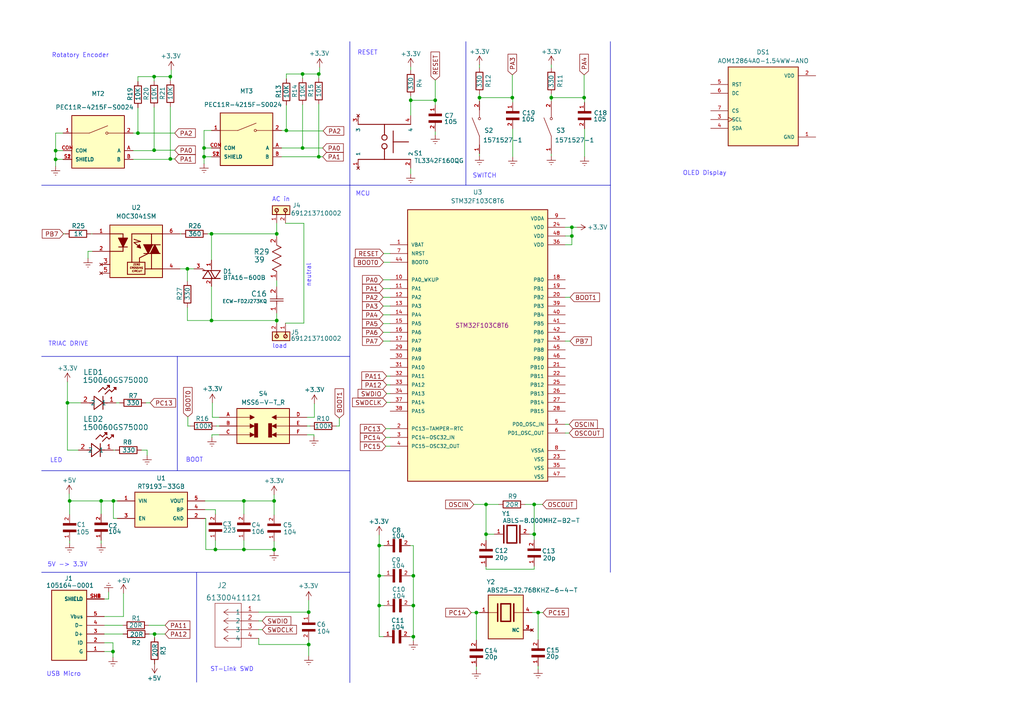
<source format=kicad_sch>
(kicad_sch (version 20230121) (generator eeschema)
  (paper "A4")
  (junction (at 139.065 28.321))
  (junction (at 140.97 154.94))
  (junction (at 49.403 22.225))
  (junction (at 70.739 145.288))
  (junction (at 62.484 159.385))
  (junction (at 156.083 177.673))
  (junction (at 20.193 145.288))
  (junction (at 16.129 46.228))
  (junction (at 83.058 37.846))
  (junction (at 87.757 21.463))
  (junction (at 32.893 145.288))
  (junction (at 169.418 28.321))
  (junction (at 89.535 186.944))
  (junction (at 109.982 158.242))
  (junction (at 140.97 146.304))
  (junction (at 109.982 167.005))
  (junction (at 119.126 29.083))
  (junction (at 119.888 167.005))
  (junction (at 44.704 43.561))
  (junction (at 119.888 175.641))
  (junction (at 19.558 116.84))
  (junction (at 32.766 188.976))
  (junction (at 80.264 92.964))
  (junction (at 148.59 28.321))
  (junction (at 109.982 175.641))
  (junction (at 87.757 42.926))
  (junction (at 61.341 92.964))
  (junction (at 126.238 29.083))
  (junction (at 79.502 159.385))
  (junction (at 119.888 184.658))
  (junction (at 59.182 42.926))
  (junction (at 165.862 68.453))
  (junction (at 61.341 67.818))
  (junction (at 89.535 177.546))
  (junction (at 79.502 145.288))
  (junction (at 44.704 22.225))
  (junction (at 59.182 45.466))
  (junction (at 165.862 65.913))
  (junction (at 54.356 77.978))
  (junction (at 154.94 146.304))
  (junction (at 159.893 28.321))
  (junction (at 92.456 45.466))
  (junction (at 40.005 38.608))
  (junction (at 138.176 177.673))
  (junction (at 29.337 145.288))
  (junction (at 92.456 21.463))
  (junction (at 154.94 154.94))
  (junction (at 44.831 183.896))
  (junction (at 49.403 46.101))
  (junction (at 70.739 159.385))
  (junction (at 80.264 67.818))
  (junction (at 16.129 43.688))
  (wire (pts (xy 81.661 37.846) (xy 83.058 37.846)))
  (wire (pts (xy 88.138 64.77) (xy 88.138 93.726)))
  (wire (pts (xy 87.757 21.463) (xy 87.757 22.733)))
  (wire (pts (xy 70.739 145.288) (xy 70.739 149.098)))
  (wire (pts (xy 49.403 22.225) (xy 49.657 22.225)))
  (wire (pts (xy 152.273 146.304) (xy 154.94 146.304)))
  (wire (pts (xy 49.403 46.101) (xy 50.673 46.101)))
  (wire (pts (xy 44.831 192.532) (xy 44.831 192.659)))
  (wire (pts (xy 154.94 164.211) (xy 154.94 165.1)))
  (wire (pts (xy 80.264 67.818) (xy 80.264 68.58)))
  (wire (pts (xy 54.356 89.154) (xy 54.356 92.964)))
  (wire (pts (xy 40.005 22.225) (xy 44.704 22.225)))
  (wire (pts (xy 119.888 175.641) (xy 118.999 175.641)))
  (wire (pts (xy 44.831 183.896) (xy 44.831 184.912)))
  (wire (pts (xy 20.193 145.288) (xy 20.193 149.225)))
  (wire (pts (xy 111.125 93.853) (xy 113.157 93.853)))
  (wire (pts (xy 16.129 46.228) (xy 18.288 46.228)))
  (wire (pts (xy 111.379 158.242) (xy 109.982 158.242)))
  (wire (pts (xy 111.887 129.413) (xy 113.157 129.413)))
  (wire (pts (xy 62.484 159.385) (xy 70.739 159.385)))
  (wire (pts (xy 25.527 72.898) (xy 26.797 72.898)))
  (wire (pts (xy 23.495 116.84) (xy 19.558 116.84)))
  (wire (pts (xy 119.888 167.005) (xy 118.999 167.005)))
  (wire (pts (xy 40.005 23.622) (xy 40.005 22.225)))
  (wire (pts (xy 44.704 43.561) (xy 50.673 43.561)))
  (wire (pts (xy 140.97 165.1) (xy 140.97 164.338)))
  (polyline (pts (xy 57.023 165.989) (xy 57.023 197.866)))
  (wire (pts (xy 82.804 64.77) (xy 88.138 64.77)))
  (wire (pts (xy 154.94 146.304) (xy 154.94 154.94)))
  (wire (pts (xy 163.957 123.063) (xy 165.1 123.063)))
  (wire (pts (xy 91.059 126.619) (xy 91.059 126.111)))
  (wire (pts (xy 44.704 22.225) (xy 44.704 23.495)))
  (wire (pts (xy 159.893 27.305) (xy 159.893 28.321)))
  (wire (pts (xy 83.058 21.463) (xy 87.757 21.463)))
  (wire (pts (xy 140.97 154.94) (xy 143.383 154.94)))
  (wire (pts (xy 138.176 193.294) (xy 138.176 194.183)))
  (wire (pts (xy 61.468 126.873) (xy 61.468 126.111)))
  (wire (pts (xy 119.888 167.005) (xy 119.888 175.641)))
  (wire (pts (xy 92.456 45.466) (xy 93.599 45.466)))
  (wire (pts (xy 18.288 38.608) (xy 16.129 38.608)))
  (wire (pts (xy 79.502 159.893) (xy 79.502 159.385)))
  (wire (pts (xy 30.226 183.896) (xy 35.687 183.896)))
  (wire (pts (xy 16.129 43.688) (xy 18.288 43.688)))
  (wire (pts (xy 44.704 22.225) (xy 49.403 22.225)))
  (wire (pts (xy 87.757 21.463) (xy 92.456 21.463)))
  (wire (pts (xy 92.456 21.463) (xy 92.71 21.463)))
  (wire (pts (xy 83.058 37.973) (xy 93.726 37.973)))
  (wire (pts (xy 59.182 37.846) (xy 59.182 42.926)))
  (wire (pts (xy 62.484 147.828) (xy 59.436 147.828)))
  (wire (pts (xy 111.125 81.153) (xy 113.157 81.153)))
  (wire (pts (xy 119.888 175.641) (xy 119.888 184.658)))
  (wire (pts (xy 119.126 27.94) (xy 119.126 29.083)))
  (wire (pts (xy 109.982 167.005) (xy 109.982 175.641)))
  (wire (pts (xy 89.535 174.117) (xy 89.535 177.546)))
  (wire (pts (xy 54.356 77.978) (xy 54.356 81.534)))
  (wire (pts (xy 89.535 177.546) (xy 89.535 178.054)))
  (wire (pts (xy 81.661 42.926) (xy 87.757 42.926)))
  (wire (pts (xy 62.484 156.718) (xy 62.484 159.385)))
  (wire (pts (xy 163.957 125.603) (xy 165.1 125.603)))
  (wire (pts (xy 89.535 186.944) (xy 89.535 190.246)))
  (wire (pts (xy 30.226 186.436) (xy 32.766 186.436)))
  (wire (pts (xy 111.379 175.641) (xy 109.982 175.641)))
  (wire (pts (xy 20.066 143.256) (xy 20.066 145.288)))
  (wire (pts (xy 140.97 154.94) (xy 140.97 156.718)))
  (wire (pts (xy 163.957 68.453) (xy 165.862 68.453)))
  (wire (pts (xy 31.496 173.736) (xy 31.496 171.704)))
  (wire (pts (xy 61.468 126.111) (xy 63.627 126.111)))
  (polyline (pts (xy 101.473 53.721) (xy 177.038 53.721)))
  (wire (pts (xy 139.065 27.305) (xy 139.065 28.321)))
  (wire (pts (xy 119.888 184.658) (xy 119.888 185.801)))
  (wire (pts (xy 43.307 183.896) (xy 44.831 183.896)))
  (wire (pts (xy 148.59 28.321) (xy 139.065 28.321)))
  (wire (pts (xy 92.71 19.558) (xy 92.71 21.463)))
  (wire (pts (xy 19.558 110.744) (xy 19.558 116.84)))
  (wire (pts (xy 119.126 29.083) (xy 119.126 33.528)))
  (wire (pts (xy 80.264 90.805) (xy 80.264 92.964)))
  (wire (pts (xy 42.291 116.84) (xy 43.561 116.84)))
  (wire (pts (xy 109.982 175.641) (xy 109.982 184.658)))
  (wire (pts (xy 16.129 38.608) (xy 16.129 43.688)))
  (wire (pts (xy 148.717 45.466) (xy 148.717 37.338)))
  (wire (pts (xy 148.59 28.321) (xy 148.717 28.321)))
  (wire (pts (xy 126.238 23.241) (xy 126.238 29.083)))
  (wire (pts (xy 156.083 177.673) (xy 157.48 177.673)))
  (wire (pts (xy 169.545 45.466) (xy 169.545 37.338)))
  (wire (pts (xy 119.888 158.242) (xy 118.999 158.242)))
  (wire (pts (xy 154.305 177.673) (xy 156.083 177.673)))
  (wire (pts (xy 26.416 67.818) (xy 26.797 67.818)))
  (wire (pts (xy 159.893 18.796) (xy 159.893 19.685)))
  (wire (pts (xy 55.118 123.571) (xy 54.483 123.571)))
  (wire (pts (xy 40.005 31.242) (xy 40.005 38.608)))
  (wire (pts (xy 52.197 67.818) (xy 52.578 67.818)))
  (wire (pts (xy 60.198 67.818) (xy 61.341 67.818)))
  (wire (pts (xy 30.226 173.736) (xy 31.496 173.736)))
  (wire (pts (xy 79.502 143.51) (xy 79.502 145.288)))
  (wire (pts (xy 148.717 29.718) (xy 148.717 28.321)))
  (wire (pts (xy 137.414 146.304) (xy 140.97 146.304)))
  (wire (pts (xy 30.226 181.356) (xy 35.56 181.356)))
  (wire (pts (xy 49.403 30.988) (xy 49.403 46.101)))
  (wire (pts (xy 61.595 121.031) (xy 61.595 116.84)))
  (wire (pts (xy 136.652 177.673) (xy 138.176 177.673)))
  (wire (pts (xy 140.97 146.304) (xy 144.653 146.304)))
  (wire (pts (xy 87.757 30.353) (xy 87.757 42.926)))
  (wire (pts (xy 30.226 188.976) (xy 32.766 188.976)))
  (wire (pts (xy 35.814 178.816) (xy 30.226 178.816)))
  (wire (pts (xy 163.957 65.913) (xy 165.862 65.913)))
  (wire (pts (xy 165.862 68.453) (xy 165.862 70.993)))
  (polyline (pts (xy 101.473 136.525) (xy 101.473 197.993)))
  (wire (pts (xy 44.704 43.561) (xy 44.704 43.688)))
  (wire (pts (xy 83.058 37.973) (xy 83.058 37.846)))
  (wire (pts (xy 119.126 48.768) (xy 119.126 50.419)))
  (wire (pts (xy 33.655 116.84) (xy 34.671 116.84)))
  (wire (pts (xy 61.341 37.846) (xy 59.182 37.846)))
  (polyline (pts (xy 12.065 53.721) (xy 101.473 53.721)))
  (wire (pts (xy 34.036 150.368) (xy 32.893 150.368)))
  (wire (pts (xy 169.418 28.321) (xy 159.893 28.321)))
  (wire (pts (xy 29.337 157.607) (xy 29.337 156.718)))
  (wire (pts (xy 111.125 91.313) (xy 113.157 91.313)))
  (wire (pts (xy 29.337 145.288) (xy 32.893 145.288)))
  (wire (pts (xy 54.356 92.964) (xy 61.341 92.964)))
  (wire (pts (xy 75.057 182.626) (xy 76.073 182.626)))
  (wire (pts (xy 111.252 184.658) (xy 109.982 184.658)))
  (wire (pts (xy 169.418 21.717) (xy 169.418 28.321)))
  (polyline (pts (xy 101.473 12.065) (xy 101.473 136.525)))
  (polyline (pts (xy 12.065 136.525) (xy 101.473 136.525)))
  (wire (pts (xy 140.97 146.304) (xy 140.97 154.94)))
  (wire (pts (xy 119.126 20.32) (xy 119.126 19.431)))
  (wire (pts (xy 75.057 180.086) (xy 76.073 180.086)))
  (wire (pts (xy 25.527 74.93) (xy 25.527 72.898)))
  (wire (pts (xy 79.502 149.352) (xy 79.502 145.288)))
  (wire (pts (xy 163.957 86.233) (xy 165.354 86.233)))
  (wire (pts (xy 139.065 44.577) (xy 139.065 45.212)))
  (wire (pts (xy 52.197 77.978) (xy 54.356 77.978)))
  (wire (pts (xy 148.59 21.717) (xy 148.59 28.321)))
  (wire (pts (xy 138.176 177.673) (xy 139.065 177.673)))
  (wire (pts (xy 59.69 150.368) (xy 59.436 150.368)))
  (wire (pts (xy 32.766 188.976) (xy 32.766 190.627)))
  (wire (pts (xy 163.957 98.933) (xy 165.354 98.933)))
  (wire (pts (xy 75.057 186.944) (xy 75.057 185.166)))
  (wire (pts (xy 92.456 30.226) (xy 92.456 45.466)))
  (wire (pts (xy 44.831 183.896) (xy 47.879 183.896)))
  (wire (pts (xy 159.893 44.577) (xy 159.893 45.212)))
  (wire (pts (xy 139.065 28.321) (xy 139.065 29.337)))
  (wire (pts (xy 98.425 121.285) (xy 98.425 123.571)))
  (wire (pts (xy 111.125 88.773) (xy 113.157 88.773)))
  (wire (pts (xy 112.141 109.093) (xy 113.157 109.093)))
  (wire (pts (xy 163.957 70.993) (xy 165.862 70.993)))
  (wire (pts (xy 119.888 158.242) (xy 119.888 167.005)))
  (wire (pts (xy 126.238 39.116) (xy 126.238 38.1)))
  (wire (pts (xy 59.182 45.466) (xy 59.182 42.926)))
  (wire (pts (xy 81.661 45.466) (xy 92.456 45.466)))
  (wire (pts (xy 40.005 38.608) (xy 50.673 38.608)))
  (wire (pts (xy 91.186 121.031) (xy 91.186 117.094)))
  (wire (pts (xy 42.672 130.556) (xy 41.021 130.556)))
  (wire (pts (xy 54.356 77.978) (xy 56.261 77.978)))
  (wire (pts (xy 126.238 29.083) (xy 119.126 29.083)))
  (wire (pts (xy 59.436 145.288) (xy 70.739 145.288)))
  (wire (pts (xy 139.065 18.796) (xy 139.065 19.685)))
  (wire (pts (xy 111.252 73.533) (xy 113.157 73.533)))
  (wire (pts (xy 154.94 154.94) (xy 154.94 156.591)))
  (wire (pts (xy 111.379 167.005) (xy 109.982 167.005)))
  (wire (pts (xy 32.766 186.436) (xy 32.766 188.976)))
  (wire (pts (xy 79.502 156.972) (xy 79.502 159.385)))
  (wire (pts (xy 18.415 67.818) (xy 18.796 67.818)))
  (wire (pts (xy 32.893 130.556) (xy 33.401 130.556)))
  (wire (pts (xy 89.535 185.674) (xy 89.535 186.944)))
  (wire (pts (xy 83.058 30.48) (xy 83.058 37.846)))
  (wire (pts (xy 49.403 46.101) (xy 49.403 46.228)))
  (wire (pts (xy 91.059 126.111) (xy 89.027 126.111)))
  (wire (pts (xy 83.058 22.86) (xy 83.058 21.463)))
  (polyline (pts (xy 135.128 12.065) (xy 135.128 53.721)))
  (wire (pts (xy 111.125 98.933) (xy 113.157 98.933)))
  (wire (pts (xy 38.608 43.688) (xy 44.704 43.688)))
  (wire (pts (xy 140.97 165.1) (xy 154.94 165.1)))
  (wire (pts (xy 19.558 130.556) (xy 22.733 130.556)))
  (wire (pts (xy 16.129 46.228) (xy 16.129 43.688)))
  (wire (pts (xy 59.182 45.466) (xy 61.341 45.466)))
  (polyline (pts (xy 12.065 165.989) (xy 101.473 165.989)))
  (wire (pts (xy 38.608 46.228) (xy 49.403 46.228)))
  (wire (pts (xy 44.704 31.115) (xy 44.704 43.561)))
  (wire (pts (xy 82.804 93.726) (xy 88.138 93.726)))
  (wire (pts (xy 112.141 116.713) (xy 113.157 116.713)))
  (wire (pts (xy 111.252 76.073) (xy 113.157 76.073)))
  (wire (pts (xy 80.264 81.28) (xy 80.264 83.185)))
  (wire (pts (xy 20.193 156.845) (xy 20.193 157.607)))
  (wire (pts (xy 75.057 186.944) (xy 89.535 186.944)))
  (wire (pts (xy 92.456 22.606) (xy 92.456 21.463)))
  (wire (pts (xy 112.141 114.173) (xy 113.157 114.173)))
  (wire (pts (xy 61.341 67.818) (xy 61.341 75.438)))
  (wire (pts (xy 111.887 126.873) (xy 113.157 126.873)))
  (wire (pts (xy 54.483 123.571) (xy 54.483 120.904)))
  (wire (pts (xy 59.69 150.368) (xy 59.69 159.385)))
  (wire (pts (xy 80.264 64.77) (xy 80.264 67.818)))
  (wire (pts (xy 75.057 177.546) (xy 89.535 177.546)))
  (wire (pts (xy 59.182 42.926) (xy 61.341 42.926)))
  (polyline (pts (xy 51.435 103.378) (xy 51.435 136.525)))
  (polyline (pts (xy 177.038 53.721) (xy 177.038 53.721)))
  (wire (pts (xy 138.176 185.674) (xy 138.176 177.673)))
  (wire (pts (xy 35.814 172.085) (xy 35.814 178.816)))
  (wire (pts (xy 38.608 38.608) (xy 40.005 38.608)))
  (wire (pts (xy 87.757 42.926) (xy 93.599 42.926)))
  (wire (pts (xy 63.627 121.031) (xy 61.595 121.031)))
  (wire (pts (xy 70.739 145.288) (xy 79.502 145.288)))
  (wire (pts (xy 61.341 92.964) (xy 80.264 92.964)))
  (wire (pts (xy 109.982 155.194) (xy 109.982 158.242)))
  (wire (pts (xy 111.125 96.393) (xy 113.157 96.393)))
  (wire (pts (xy 80.264 92.964) (xy 80.264 93.726)))
  (wire (pts (xy 61.341 67.818) (xy 80.264 67.818)))
  (wire (pts (xy 98.425 123.571) (xy 97.536 123.571)))
  (wire (pts (xy 89.027 121.031) (xy 91.186 121.031)))
  (wire (pts (xy 169.545 29.718) (xy 169.545 28.321)))
  (wire (pts (xy 29.337 145.288) (xy 29.337 149.098)))
  (wire (pts (xy 165.862 65.913) (xy 165.862 68.453)))
  (wire (pts (xy 62.484 149.098) (xy 62.484 147.828)))
  (wire (pts (xy 153.543 154.94) (xy 154.94 154.94)))
  (wire (pts (xy 165.862 65.913) (xy 167.259 65.913)))
  (wire (pts (xy 42.672 132.08) (xy 42.672 130.556)))
  (wire (pts (xy 43.18 181.356) (xy 47.879 181.356)))
  (wire (pts (xy 59.69 159.385) (xy 62.484 159.385)))
  (wire (pts (xy 169.418 28.321) (xy 169.545 28.321)))
  (wire (pts (xy 70.739 159.385) (xy 79.502 159.385)))
  (wire (pts (xy 111.125 83.693) (xy 113.157 83.693)))
  (polyline (pts (xy 177.038 12.065) (xy 177.038 53.721)))
  (wire (pts (xy 70.739 156.718) (xy 70.739 159.385)))
  (wire (pts (xy 89.027 123.571) (xy 89.916 123.571)))
  (wire (pts (xy 49.403 23.368) (xy 49.403 22.225)))
  (wire (pts (xy 32.893 145.288) (xy 34.036 145.288)))
  (wire (pts (xy 112.141 111.633) (xy 113.157 111.633)))
  (wire (pts (xy 16.129 48.26) (xy 16.129 46.228)))
  (wire (pts (xy 62.738 123.571) (xy 63.627 123.571)))
  (polyline (pts (xy 177.038 165.989) (xy 177.038 53.721)))
  (wire (pts (xy 20.193 145.288) (xy 29.337 145.288)))
  (wire (pts (xy 59.182 47.498) (xy 59.182 45.466)))
  (wire (pts (xy 61.341 83.058) (xy 61.341 92.964)))
  (wire (pts (xy 20.193 145.288) (xy 20.066 145.288)))
  (wire (pts (xy 111.125 86.233) (xy 113.157 86.233)))
  (wire (pts (xy 156.083 193.167) (xy 156.083 194.056)))
  (wire (pts (xy 32.893 150.368) (xy 32.893 145.288)))
  (wire (pts (xy 159.893 28.321) (xy 159.893 29.337)))
  (wire (pts (xy 118.872 184.658) (xy 119.888 184.658)))
  (polyline (pts (xy 12.065 103.378) (xy 101.473 103.378)))
  (wire (pts (xy 157.353 146.304) (xy 154.94 146.304)))
  (wire (pts (xy 19.558 130.556) (xy 19.558 116.84)))
  (wire (pts (xy 113.157 124.333) (xy 111.887 124.333)))
  (wire (pts (xy 109.982 158.242) (xy 109.982 167.005)))
  (wire (pts (xy 49.657 20.32) (xy 49.657 22.225)))
  (wire (pts (xy 156.083 185.547) (xy 156.083 177.673)))
  (wire (pts (xy 126.238 30.48) (xy 126.238 29.083)))
  (text "AC in\n" (at 78.867 58.674 0) (effects (font (size 1.27 1.27)) (justify left bottom)))
  (text "neutral\n" (at 90.297 83.312 90) (effects (font (size 1.27 1.27)) (justify left bottom)))
  (text "BOOT" (at 53.848 134.239 0) (effects (font (size 1.27 1.27)) (justify left bottom)))
  (text "MCU" (at 103.124 57.023 0) (effects (font (size 1.27 1.27)) (justify left bottom)))
  (text "load\n" (at 78.994 101.219 0) (effects (font (size 1.27 1.27)) (justify left bottom)))
  (text "OLED Display" (at 197.993 51.054 0) (effects (font (size 1.27 1.27)) (justify left bottom)))
  (text "USB Micro" (at 13.462 196.342 0) (effects (font (size 1.27 1.27)) (justify left bottom)))
  (text "ST-Link SWD" (at 60.96 194.945 0) (effects (font (size 1.27 1.27)) (justify left bottom)))
  (text "SWITCH\n" (at 137.033 51.816 0) (effects (font (size 1.27 1.27)) (justify left bottom)))
  (text "LED\n" (at 14.478 134.366 0) (effects (font (size 1.27 1.27)) (justify left bottom)))
  (text "RESET" (at 103.632 16.129 0) (effects (font (size 1.27 1.27)) (justify left bottom)))
  (text "5V -> 3.3V" (at 13.716 164.592 0) (effects (font (size 1.27 1.27)) (justify left bottom)))
  (text "Rotatory Encoder" (at 14.986 16.891 0) (effects (font (size 1.27 1.27)) (justify left bottom)))
  (text "TRIAC DRIVE" (at 13.97 100.584 0) (effects (font (size 1.27 1.27)) (justify left bottom)))
  (global_label "OSCIN" (shape input) (at 137.414 146.304 180) (property "Intersheetrefs" "${INTERSHEET_REFS}" (effects hide)))
  (global_label "PA1" (shape input) (at 50.673 46.101 0) (property "Intersheetrefs" "${INTERSHEET_REFS}" (effects hide)))
  (global_label "BOOT1" (shape input) (at 165.354 86.233 0) (property "Intersheetrefs" "${INTERSHEET_REFS}" (effects hide)))
  (global_label "PA0" (shape input) (at 111.125 81.153 180) (property "Intersheetrefs" "${INTERSHEET_REFS}" (effects hide)))
  (global_label "PA5" (shape input) (at 111.125 93.853 180) (property "Intersheetrefs" "${INTERSHEET_REFS}" (effects hide)))
  (global_label "PA0" (shape input) (at 93.599 42.926 0) (property "Intersheetrefs" "${INTERSHEET_REFS}" (effects hide)))
  (global_label "OSCIN" (shape input) (at 165.1 123.063 0) (property "Intersheetrefs" "${INTERSHEET_REFS}" (effects hide)))
  (global_label "PA11" (shape input) (at 47.879 181.356 0) (property "Intersheetrefs" "${INTERSHEET_REFS}" (effects hide)))
  (global_label "PB7" (shape input) (at 165.354 98.933 0) (property "Intersheetrefs" "${INTERSHEET_REFS}" (effects hide)))
  (global_label "PA4" (shape input) (at 169.418 21.717 90) (property "Intersheetrefs" "${INTERSHEET_REFS}" (effects hide)))
  (global_label "BOOT1" (shape input) (at 98.425 121.285 90) (property "Intersheetrefs" "${INTERSHEET_REFS}" (effects hide)))
  (global_label "PA0" (shape input) (at 50.673 43.561 0) (property "Intersheetrefs" "${INTERSHEET_REFS}" (effects hide)))
  (global_label "PA3" (shape input) (at 148.59 21.717 90) (property "Intersheetrefs" "${INTERSHEET_REFS}" (effects hide)))
  (global_label "PA12" (shape input) (at 47.879 183.896 0) (property "Intersheetrefs" "${INTERSHEET_REFS}" (effects hide)))
  (global_label "PA3" (shape input) (at 111.125 88.773 180) (property "Intersheetrefs" "${INTERSHEET_REFS}" (effects hide)))
  (global_label "PA1" (shape input) (at 111.125 83.693 180) (property "Intersheetrefs" "${INTERSHEET_REFS}" (effects hide)))
  (global_label "SWDCLK" (shape input) (at 76.073 182.626 0) (property "Intersheetrefs" "${INTERSHEET_REFS}" (effects hide)))
  (global_label "BOOT0" (shape input) (at 54.483 120.904 90) (property "Intersheetrefs" "${INTERSHEET_REFS}" (effects hide)))
  (global_label "PC14" (shape input) (at 136.652 177.673 180) (property "Intersheetrefs" "${INTERSHEET_REFS}" (effects hide)))
  (global_label "PA1" (shape input) (at 93.599 45.466 0) (property "Intersheetrefs" "${INTERSHEET_REFS}" (effects hide)))
  (global_label "PA7" (shape input) (at 111.125 98.933 180) (property "Intersheetrefs" "${INTERSHEET_REFS}" (effects hide)))
  (global_label "PA2" (shape input) (at 93.726 37.973 0) (property "Intersheetrefs" "${INTERSHEET_REFS}" (effects hide)))
  (global_label "PA12" (shape input) (at 112.141 111.633 180) (property "Intersheetrefs" "${INTERSHEET_REFS}" (effects hide)))
  (global_label "PA2" (shape input) (at 111.125 86.233 180) (property "Intersheetrefs" "${INTERSHEET_REFS}" (effects hide)))
  (global_label "SWDIO" (shape input) (at 76.073 180.086 0) (property "Intersheetrefs" "${INTERSHEET_REFS}" (effects hide)))
  (global_label "SWDCLK" (shape input) (at 112.141 116.713 180) (property "Intersheetrefs" "${INTERSHEET_REFS}" (effects hide)))
  (global_label "PA4" (shape input) (at 111.125 91.313 180) (property "Intersheetrefs" "${INTERSHEET_REFS}" (effects hide)))
  (global_label "PC13" (shape input) (at 111.887 124.333 180) (property "Intersheetrefs" "${INTERSHEET_REFS}" (effects hide)))
  (global_label "PA6" (shape input) (at 111.125 96.393 180) (property "Intersheetrefs" "${INTERSHEET_REFS}" (effects hide)))
  (global_label "OSCOUT" (shape input) (at 157.353 146.304 0) (property "Intersheetrefs" "${INTERSHEET_REFS}" (effects hide)))
  (global_label "BOOT0" (shape input) (at 111.252 76.073 180) (property "Intersheetrefs" "${INTERSHEET_REFS}" (effects hide)))
  (global_label "PA2" (shape input) (at 50.673 38.608 0) (property "Intersheetrefs" "${INTERSHEET_REFS}" (effects hide)))
  (global_label "PC15" (shape input) (at 157.48 177.673 0) (property "Intersheetrefs" "${INTERSHEET_REFS}" (effects hide)))
  (global_label "PC14" (shape input) (at 111.887 126.873 180) (property "Intersheetrefs" "${INTERSHEET_REFS}" (effects hide)))
  (global_label "PC15" (shape input) (at 111.887 129.413 180) (property "Intersheetrefs" "${INTERSHEET_REFS}" (effects hide)))
  (global_label "PC13" (shape input) (at 43.561 116.84 0) (property "Intersheetrefs" "${INTERSHEET_REFS}" (effects hide)))
  (global_label "PB7" (shape input) (at 18.415 67.818 180) (property "Intersheetrefs" "${INTERSHEET_REFS}" (effects hide)))
  (global_label "RESET" (shape input) (at 111.252 73.533 180) (property "Intersheetrefs" "${INTERSHEET_REFS}" (effects hide)))
  (global_label "OSCOUT" (shape input) (at 165.1 125.603 0) (property "Intersheetrefs" "${INTERSHEET_REFS}" (effects hide)))
  (global_label "RESET" (shape input) (at 126.238 23.241 90) (property "Intersheetrefs" "${INTERSHEET_REFS}" (effects hide)))
  (global_label "PA11" (shape input) (at 112.141 109.093 180) (property "Intersheetrefs" "${INTERSHEET_REFS}" (effects hide)))
  (global_label "SWDIO" (shape input) (at 112.141 114.173 180) (property "Intersheetrefs" "${INTERSHEET_REFS}" (effects hide)))
  (symbol (lib_name "LD03ZD475MAB2A_2") (lib_id "LD03ZD475MAB2A:LD03ZD475MAB2A") (at 62.484 151.638 270) (unit 1)
    (property "Reference" "C3" (at 64.516 152.019 90) (effects (justify left)))
    (property "Value" "223" (at 64.643 153.797 90) (effects (justify left)))
    (property "Footprint" "LD03ZD475MAB2A:CAPC1608X90" (effects hide))
    (property "MF" "AVX" (effects hide))
    (property "Description" "\nCeramic Capacitor\n" (effects hide))
    (property "Package" "0603 AVX" (effects hide))
    (property "Price" "None" (effects hide))
    (property "SnapEDA_Link" "https://www.snapeda.com/parts/LD03ZD475MAB2A/AVX/view-part/?ref=snap" (effects hide))
    (property "MP" "LD03ZD475MAB2A" (effects hide))
    (property "Purchase-URL" "https://www.snapeda.com/api/url_track_click_mouser/?unipart_id=2036188&manufacturer=AVX&part_name=LD03ZD475MAB2A&search_term=0603 cap" (effects hide))
    (property "Availability" "In Stock" (effects hide))
    (property "Check_prices" "https://www.snapeda.com/parts/LD03ZD475MAB2A/AVX/view-part/?ref=eda" (effects hide))
  )
  (symbol (lib_id "Device:R") (at 119.126 24.13 180) (unit 1)
    (property "Reference" "R4" (at 121.666 24.13 90))
    (property "Value" "330" (at 119.126 24.257 90))
    (property "Footprint" "Resistor_SMD:R_0603_1608Metric" (effects hide))
  )
  (symbol (lib_id "power:GNDREF") (at 148.717 45.466 0) (unit 1)
    (property "Reference" "#PWR037" (effects hide))
    (property "Value" "GNDREF" (effects hide))
  )
  (symbol (lib_id "691213710002:691213710002") (at 82.804 59.69 0) (unit 1)
    (property "Reference" "J4" (at 84.836 59.563 0) (effects (justify left)))
    (property "Value" "691213710002" (at 84.328 61.849 0) (effects (justify left)))
    (property "Footprint" "691213710002:691213710002" (effects hide))
    (property "WIRE" "26 to 16 (AWG) 0.129 to 1.31 (mm²)" (effects hide))
    (property "Description" "\n2 Position Wire to Board Terminal Block Horizontal with Board 0.197 (5.00mm) Through Hole\n" (effects hide))
    (property "Package" "None" (effects hide))
    (property "Purchase-URL" "https://www.snapeda.com/api/url_track_click_mouser/?unipart_id=4885119&manufacturer=Wurth Elektronik&part_name=691213710002&search_term=691213710002" (effects hide))
    (property "MOUNT" "THT" (effects hide))
    (property "IR-VDE" "10A" (effects hide))
    (property "IR-UL" "10A" (effects hide))
    (property "SnapEDA_Link" "https://www.snapeda.com/parts/691213710002/Wurth+Elektronik/view-part/?ref=snap" (effects hide))
    (property "Availability" "In Stock" (effects hide))
    (property "WORKING-VOLTAGE-UL" "300V (AC)" (effects hide))
    (property "PINS" "2" (effects hide))
    (property "MF" "Wurth Elektronik" (effects hide))
    (property "DATASHEET-URL" "https://www.we-online.com/redexpert/spec/691213710002?ae" (effects hide))
    (property "MP" "691213710002" (effects hide))
    (property "PITCH" "5mm" (effects hide))
    (property "PART-NUMBER" "691213710002" (effects hide))
    (property "WORKING-VOLTAGE-VDE" "250V (AC)" (effects hide))
    (property "TYPE" "Horizontal" (effects hide))
    (property "Price" "None" (effects hide))
    (property "Check_prices" "https://www.snapeda.com/parts/691213710002/Wurth+Elektronik/view-part/?ref=eda" (effects hide))
  )
  (symbol (lib_name "150060GS75000_2") (lib_id "150060GS75000:150060GS75000") (at 33.655 116.84 0) (mirror y) (unit 1)
    (property "Reference" "LED1" (at 27.051 107.95 0) (effects (font (size 1.524 1.524))))
    (property "Value" "150060GS75000" (at 33.528 110.236 0) (effects (font (size 1.524 1.524))))
    (property "Footprint" "LED_150060GS75000_WRE" (effects hide))
    (property "Datasheet" "150060GS75000" (effects hide))
  )
  (symbol (lib_name "LD03ZD475MAB2A_3") (lib_id "LD03ZD475MAB2A:LD03ZD475MAB2A") (at 148.717 34.798 90) (unit 1)
    (property "Reference" "C19" (at 151.384 32.766 90) (effects (justify right)))
    (property "Value" "105" (at 151.257 34.544 90) (effects (justify right)))
    (property "Footprint" "LD03ZD475MAB2A:CAPC1608X90" (effects hide))
    (property "MF" "AVX" (effects hide))
    (property "Description" "\nCeramic Capacitor\n" (effects hide))
    (property "Package" "0603 AVX" (effects hide))
    (property "Price" "None" (effects hide))
    (property "SnapEDA_Link" "https://www.snapeda.com/parts/LD03ZD475MAB2A/AVX/view-part/?ref=snap" (effects hide))
    (property "MP" "LD03ZD475MAB2A" (effects hide))
    (property "Purchase-URL" "https://www.snapeda.com/api/url_track_click_mouser/?unipart_id=2036188&manufacturer=AVX&part_name=LD03ZD475MAB2A&search_term=0603 cap" (effects hide))
    (property "Availability" "In Stock" (effects hide))
    (property "Check_prices" "https://www.snapeda.com/parts/LD03ZD475MAB2A/AVX/view-part/?ref=eda" (effects hide))
  )
  (symbol (lib_id "105164-0001:105164-0001") (at 20.066 181.356 180) (unit 1)
    (property "Reference" "J1" (at 19.939 167.767 0))
    (property "Value" "105164-0001" (at 20.32 169.799 0))
    (property "Footprint" "105164-0001:MOLEX_105164-0001" (effects hide))
    (property "Datasheet" "https://tools.molex.com/pdm_docs/sd/1050170001_sd.pdf" (effects hide))
    (property "MF" "Molex" (effects hide))
    (property "Description" "\nuUSB B Rec TopMt Flangeles TH/SMT 0.80 | Molex Incorporated 105164-0001\n" (effects hide))
    (property "Package" "None" (effects hide))
    (property "Price" "None" (effects hide))
    (property "Check_prices" "https://www.snapeda.com/parts/105164-0001/Molex/view-part/?ref=eda" (effects hide))
    (property "STANDARD" "Manufacturer recommendations" (effects hide))
    (property "PARTREV" "B" (effects hide))
    (property "SnapEDA_Link" "https://www.snapeda.com/parts/105164-0001/Molex/view-part/?ref=snap" (effects hide))
    (property "MP" "105164-0001" (effects hide))
    (property "Purchase-URL" "https://www.snapeda.com/api/url_track_click_mouser/?unipart_id=899750&manufacturer=Molex&part_name=105164-0001&search_term=1051640001" (effects hide))
    (property "Availability" "In Stock" (effects hide))
    (property "MANUFACTURER" "molex" (effects hide))
  )
  (symbol (lib_name "GNDREF_2") (lib_id "power:GNDREF") (at 138.176 194.183 0) (unit 1)
    (property "Reference" "#PWR019" (effects hide))
    (property "Value" "GNDREF" (effects hide))
  )
  (symbol (lib_id "MOC3041SM:MOC3041SM") (at 39.497 72.898 0) (unit 1)
    (property "Reference" "U2" (at 39.497 60.198 0))
    (property "Value" "MOC3041SM" (at 39.497 62.738 0))
    (property "Footprint" "MOC3041SM:OPTO_MOC3041SM" (effects hide))
    (property "Datasheet" "https://rocelec.widen.net/view/pdf/rf0pcmnkv6/FAIR-S-A0002364056-1.pdf?t.download=true&u=5oefqw" (effects hide))
    (property "PARTREV" "1.6" (effects hide))
    (property "STANDARD" "Manufacturer Recommendations" (effects hide))
    (property "MAXIMUM_PACKAGE_HEIGHT" "5.08mm" (effects hide))
    (property "MANUFACTURER" "ON Semiconductor" (effects hide))
  )
  (symbol (lib_id "Device:R") (at 22.606 67.818 90) (unit 1)
    (property "Reference" "R25" (at 22.733 65.532 90))
    (property "Value" "1K" (at 22.733 67.818 90))
    (property "Footprint" "Resistor_SMD:R_0603_1608Metric" (effects hide))
  )
  (symbol (lib_name "GNDREF_4") (lib_id "power:GNDREF") (at 20.193 157.607 0) (unit 1)
    (property "Reference" "#PWR06" (effects hide))
    (property "Value" "GNDREF" (effects hide))
  )
  (symbol (lib_name "GNDREF_1") (lib_id "power:GNDREF") (at 31.496 171.704 180) (unit 1)
    (property "Reference" "#PWR03" (effects hide))
    (property "Value" "GNDREF" (effects hide))
  )
  (symbol (lib_id "LD03ZD475MAB2A:LD03ZD475MAB2A") (at 89.535 183.134 90) (unit 1)
    (property "Reference" "C6" (at 91.821 181.102 90) (effects (justify right)))
    (property "Value" "104" (at 91.948 183.134 90) (effects (justify right)))
    (property "Footprint" "LD03ZD475MAB2A:CAPC1608X90" (effects hide))
    (property "MF" "AVX" (effects hide))
    (property "Description" "\nCeramic Capacitor\n" (effects hide))
    (property "Package" "0603 AVX" (effects hide))
    (property "Price" "None" (effects hide))
    (property "SnapEDA_Link" "https://www.snapeda.com/parts/LD03ZD475MAB2A/AVX/view-part/?ref=snap" (effects hide))
    (property "MP" "LD03ZD475MAB2A" (effects hide))
    (property "Purchase-URL" "https://www.snapeda.com/api/url_track_click_mouser/?unipart_id=2036188&manufacturer=AVX&part_name=LD03ZD475MAB2A&search_term=0603 cap" (effects hide))
    (property "Availability" "In Stock" (effects hide))
    (property "Check_prices" "https://www.snapeda.com/parts/LD03ZD475MAB2A/AVX/view-part/?ref=eda" (effects hide))
  )
  (symbol (lib_name "+3.3V_4") (lib_id "power:+3.3V") (at 19.558 110.744 0) (unit 1)
    (property "Reference" "#PWR014" (effects hide))
    (property "Value" "+3.3V" (at 19.558 106.807 0))
  )
  (symbol (lib_name "+5V_3") (lib_id "power:+5V") (at 20.066 143.256 0) (unit 1)
    (property "Reference" "#PWR010" (effects hide))
    (property "Value" "+5V" (at 20.066 139.319 0))
  )
  (symbol (lib_id "power:GNDREF") (at 89.535 190.246 0) (unit 1)
    (property "Reference" "#PWR09" (effects hide))
    (property "Value" "GNDREF" (effects hide))
  )
  (symbol (lib_name "+3.3V_4") (lib_id "power:+3.3V") (at 119.126 19.431 0) (unit 1)
    (property "Reference" "#PWR04" (effects hide))
    (property "Value" "+3.3V" (at 119.126 15.621 0))
  )
  (symbol (lib_id "power:GNDREF") (at 59.182 47.498 0) (unit 1)
    (property "Reference" "#PWR024" (effects hide))
    (property "Value" "GNDREF" (effects hide))
  )
  (symbol (lib_name "+3.3V_4") (lib_id "power:+3.3V") (at 91.186 117.094 0) (unit 1)
    (property "Reference" "#PWR027" (effects hide))
    (property "Value" "+3.3V" (at 91.186 113.03 0))
  )
  (symbol (lib_id "LD03ZD475MAB2A:LD03ZD475MAB2A") (at 138.176 188.214 270) (unit 1)
    (property "Reference" "C14" (at 140.462 188.722 90) (effects (justify left)))
    (property "Value" "20p" (at 140.589 190.5 90) (effects (justify left)))
    (property "Footprint" "LD03ZD475MAB2A:CAPC1608X90" (effects hide))
    (property "MF" "AVX" (effects hide))
    (property "Description" "\nCeramic Capacitor\n" (effects hide))
    (property "Package" "0603 AVX" (effects hide))
    (property "Price" "None" (effects hide))
    (property "SnapEDA_Link" "https://www.snapeda.com/parts/LD03ZD475MAB2A/AVX/view-part/?ref=snap" (effects hide))
    (property "MP" "LD03ZD475MAB2A" (effects hide))
    (property "Purchase-URL" "https://www.snapeda.com/api/url_track_click_mouser/?unipart_id=2036188&manufacturer=AVX&part_name=LD03ZD475MAB2A&search_term=0603 cap" (effects hide))
    (property "Availability" "In Stock" (effects hide))
    (property "Check_prices" "https://www.snapeda.com/parts/LD03ZD475MAB2A/AVX/view-part/?ref=eda" (effects hide))
  )
  (symbol (lib_id "691213710002:691213710002") (at 80.264 98.806 180) (unit 1)
    (property "Reference" "J5" (at 86.741 96.393 0) (effects (justify left)))
    (property "Value" "691213710002" (at 99.06 98.171 0) (effects (justify left)))
    (property "Footprint" "691213710002:691213710002" (effects hide))
    (property "WIRE" "26 to 16 (AWG) 0.129 to 1.31 (mm²)" (effects hide))
    (property "Description" "\n2 Position Wire to Board Terminal Block Horizontal with Board 0.197 (5.00mm) Through Hole\n" (effects hide))
    (property "Package" "None" (effects hide))
    (property "Purchase-URL" "https://www.snapeda.com/api/url_track_click_mouser/?unipart_id=4885119&manufacturer=Wurth Elektronik&part_name=691213710002&search_term=691213710002" (effects hide))
    (property "MOUNT" "THT" (effects hide))
    (property "IR-VDE" "10A" (effects hide))
    (property "IR-UL" "10A" (effects hide))
    (property "SnapEDA_Link" "https://www.snapeda.com/parts/691213710002/Wurth+Elektronik/view-part/?ref=snap" (effects hide))
    (property "Availability" "In Stock" (effects hide))
    (property "WORKING-VOLTAGE-UL" "300V (AC)" (effects hide))
    (property "PINS" "2" (effects hide))
    (property "MF" "Wurth Elektronik" (effects hide))
    (property "DATASHEET-URL" "https://www.we-online.com/redexpert/spec/691213710002?ae" (effects hide))
    (property "MP" "691213710002" (effects hide))
    (property "PITCH" "5mm" (effects hide))
    (property "PART-NUMBER" "691213710002" (effects hide))
    (property "WORKING-VOLTAGE-VDE" "250V (AC)" (effects hide))
    (property "TYPE" "Horizontal" (effects hide))
    (property "Price" "None" (effects hide))
    (property "Check_prices" "https://www.snapeda.com/parts/691213710002/Wurth+Elektronik/view-part/?ref=eda" (effects hide))
  )
  (symbol (lib_id "power:GNDREF") (at 42.672 132.08 0) (unit 1)
    (property "Reference" "#PWR016" (effects hide))
    (property "Value" "GNDREF" (effects hide))
  )
  (symbol (lib_id "Device:R") (at 87.757 26.543 180) (unit 1)
    (property "Reference" "R14" (at 85.471 26.416 90))
    (property "Value" "10K" (at 87.757 26.416 90))
    (property "Footprint" "Resistor_SMD:R_0603_1608Metric" (effects hide))
  )
  (symbol (lib_name "+3.3V_4") (lib_id "power:+3.3V") (at 167.259 65.913 270) (unit 1)
    (property "Reference" "#PWR018" (effects hide))
    (property "Value" "+3.3V" (at 170.307 65.913 90) (effects (justify left)))
  )
  (symbol (lib_id "LD03ZD475MAB2A:LD03ZD475MAB2A") (at 20.193 151.765 270) (unit 1)
    (property "Reference" "C1" (at 22.225 152.146 90) (effects (justify left)))
    (property "Value" "105" (at 22.098 154.305 90) (effects (justify left)))
    (property "Footprint" "LD03ZD475MAB2A:CAPC1608X90" (effects hide))
    (property "MF" "AVX" (effects hide))
    (property "Description" "\nCeramic Capacitor\n" (effects hide))
    (property "Package" "0603 AVX" (effects hide))
    (property "Price" "None" (effects hide))
    (property "SnapEDA_Link" "https://www.snapeda.com/parts/LD03ZD475MAB2A/AVX/view-part/?ref=snap" (effects hide))
    (property "MP" "LD03ZD475MAB2A" (effects hide))
    (property "Purchase-URL" "https://www.snapeda.com/api/url_track_click_mouser/?unipart_id=2036188&manufacturer=AVX&part_name=LD03ZD475MAB2A&search_term=0603 cap" (effects hide))
    (property "Availability" "In Stock" (effects hide))
    (property "Check_prices" "https://www.snapeda.com/parts/LD03ZD475MAB2A/AVX/view-part/?ref=eda" (effects hide))
  )
  (symbol (lib_id "LD03ZD475MAB2A:LD03ZD475MAB2A") (at 70.739 151.638 270) (unit 1)
    (property "Reference" "C4" (at 72.898 152.273 90) (effects (justify left)))
    (property "Value" "106" (at 72.898 154.178 90) (effects (justify left)))
    (property "Footprint" "LD03ZD475MAB2A:CAPC1608X90" (effects hide))
    (property "MF" "AVX" (effects hide))
    (property "Description" "\nCeramic Capacitor\n" (effects hide))
    (property "Package" "0603 AVX" (effects hide))
    (property "Price" "None" (effects hide))
    (property "SnapEDA_Link" "https://www.snapeda.com/parts/LD03ZD475MAB2A/AVX/view-part/?ref=snap" (effects hide))
    (property "MP" "LD03ZD475MAB2A" (effects hide))
    (property "Purchase-URL" "https://www.snapeda.com/api/url_track_click_mouser/?unipart_id=2036188&manufacturer=AVX&part_name=LD03ZD475MAB2A&search_term=0603 cap" (effects hide))
    (property "Availability" "In Stock" (effects hide))
    (property "Check_prices" "https://www.snapeda.com/parts/LD03ZD475MAB2A/AVX/view-part/?ref=eda" (effects hide))
  )
  (symbol (lib_name "150060GS75000_3") (lib_id "150060GS75000:150060GS75000") (at 32.893 130.556 0) (mirror y) (unit 1)
    (property "Reference" "LED2" (at 27.051 121.539 0) (effects (font (size 1.524 1.524))))
    (property "Value" "150060GS75000" (at 33.528 123.952 0) (effects (font (size 1.524 1.524))))
    (property "Footprint" "LED_150060GS75000_WRE" (effects hide))
    (property "Datasheet" "150060GS75000" (effects hide))
  )
  (symbol (lib_id "Device:R") (at 139.065 23.495 180) (unit 1)
    (property "Reference" "R12" (at 141.605 23.495 90))
    (property "Value" "330" (at 139.065 23.622 90))
    (property "Footprint" "Resistor_SMD:R_0603_1608Metric" (effects hide))
  )
  (symbol (lib_id "Device:R") (at 159.893 23.495 180) (unit 1)
    (property "Reference" "R11" (at 162.433 23.495 90))
    (property "Value" "330" (at 159.893 23.622 90))
    (property "Footprint" "Resistor_SMD:R_0603_1608Metric" (effects hide))
  )
  (symbol (lib_id "Device:R") (at 40.005 27.432 180) (unit 1)
    (property "Reference" "R19" (at 37.719 27.305 90))
    (property "Value" "10K" (at 40.005 27.305 90))
    (property "Footprint" "Resistor_SMD:R_0603_1608Metric" (effects hide))
  )
  (symbol (lib_id "Device:R") (at 148.463 146.304 90) (unit 1)
    (property "Reference" "R9" (at 148.6535 143.9545 90))
    (property "Value" "20R" (at 148.5265 146.3675 90))
    (property "Footprint" "Resistor_SMD:R_0603_1608Metric" (effects hide))
  )
  (symbol (lib_name "LD03ZD475MAB2A_3") (lib_id "LD03ZD475MAB2A:LD03ZD475MAB2A") (at 126.238 35.56 90) (unit 1)
    (property "Reference" "C7" (at 128.905 33.528 90) (effects (justify right)))
    (property "Value" "105" (at 128.778 35.306 90) (effects (justify right)))
    (property "Footprint" "LD03ZD475MAB2A:CAPC1608X90" (effects hide))
    (property "MF" "AVX" (effects hide))
    (property "Description" "\nCeramic Capacitor\n" (effects hide))
    (property "Package" "0603 AVX" (effects hide))
    (property "Price" "None" (effects hide))
    (property "SnapEDA_Link" "https://www.snapeda.com/parts/LD03ZD475MAB2A/AVX/view-part/?ref=snap" (effects hide))
    (property "MP" "LD03ZD475MAB2A" (effects hide))
    (property "Purchase-URL" "https://www.snapeda.com/api/url_track_click_mouser/?unipart_id=2036188&manufacturer=AVX&part_name=LD03ZD475MAB2A&search_term=0603 cap" (effects hide))
    (property "Availability" "In Stock" (effects hide))
    (property "Check_prices" "https://www.snapeda.com/parts/LD03ZD475MAB2A/AVX/view-part/?ref=eda" (effects hide))
  )
  (symbol (lib_id "Device:R") (at 92.456 26.416 180) (unit 1)
    (property "Reference" "R15" (at 90.17 26.289 90))
    (property "Value" "10K" (at 92.456 26.289 90))
    (property "Footprint" "Resistor_SMD:R_0603_1608Metric" (effects hide))
  )
  (symbol (lib_name "GNDREF_3") (lib_id "power:GNDREF") (at 79.502 159.893 0) (unit 1)
    (property "Reference" "#PWR07" (effects hide))
    (property "Value" "GNDREF" (effects hide))
  )
  (symbol (lib_name "GNDREF_2") (lib_id "power:GNDREF") (at 32.766 190.627 0) (unit 1)
    (property "Reference" "#PWR01" (effects hide))
    (property "Value" "GNDREF" (effects hide))
  )
  (symbol (lib_id "Device:R") (at 83.058 26.67 180) (unit 1)
    (property "Reference" "R13" (at 80.772 26.543 90))
    (property "Value" "10K" (at 83.058 26.543 90))
    (property "Footprint" "Resistor_SMD:R_0603_1608Metric" (effects hide))
  )
  (symbol (lib_id "Device:R") (at 44.704 27.305 180) (unit 1)
    (property "Reference" "R20" (at 42.418 27.178 90))
    (property "Value" "10K" (at 44.704 27.178 90))
    (property "Footprint" "Resistor_SMD:R_0603_1608Metric" (effects hide))
  )
  (symbol (lib_id "Device:R") (at 39.37 181.356 90) (unit 1)
    (property "Reference" "R1" (at 39.497 179.324 90))
    (property "Value" "20R" (at 39.37 181.356 90))
    (property "Footprint" "Resistor_SMD:R_0603_1608Metric" (effects hide))
  )
  (symbol (lib_id "Device:R") (at 58.928 123.571 270) (unit 1)
    (property "Reference" "R16" (at 58.674 121.412 90))
    (property "Value" "100K" (at 59.055 123.571 90))
    (property "Footprint" "Resistor_SMD:R_0603_1608Metric" (effects hide))
  )
  (symbol (lib_id "LD03ZD475MAB2A:LD03ZD475MAB2A") (at 79.502 151.892 270) (unit 1)
    (property "Reference" "C5" (at 82.042 152.273 90) (effects (justify left)))
    (property "Value" "104" (at 82.169 154.305 90) (effects (justify left)))
    (property "Footprint" "LD03ZD475MAB2A:CAPC1608X90" (effects hide))
    (property "MF" "AVX" (effects hide))
    (property "Description" "\nCeramic Capacitor\n" (effects hide))
    (property "Package" "0603 AVX" (effects hide))
    (property "Price" "None" (effects hide))
    (property "SnapEDA_Link" "https://www.snapeda.com/parts/LD03ZD475MAB2A/AVX/view-part/?ref=snap" (effects hide))
    (property "MP" "LD03ZD475MAB2A" (effects hide))
    (property "Purchase-URL" "https://www.snapeda.com/api/url_track_click_mouser/?unipart_id=2036188&manufacturer=AVX&part_name=LD03ZD475MAB2A&search_term=0603 cap" (effects hide))
    (property "Availability" "In Stock" (effects hide))
    (property "Check_prices" "https://www.snapeda.com/parts/LD03ZD475MAB2A/AVX/view-part/?ref=eda" (effects hide))
  )
  (symbol (lib_id "power:GNDREF") (at 61.468 126.873 0) (unit 1)
    (property "Reference" "#PWR038" (effects hide))
    (property "Value" "GNDREF" (effects hide))
  )
  (symbol (lib_id "Device:R") (at 39.497 183.896 90) (unit 1)
    (property "Reference" "R2" (at 39.497 186.436 90))
    (property "Value" "20R" (at 39.624 184.023 90))
    (property "Footprint" "Resistor_SMD:R_0603_1608Metric" (effects hide))
  )
  (symbol (lib_id "61300411121:61300411121") (at 75.057 177.546 0) (mirror y) (unit 1)
    (property "Reference" "J2" (at 64.389 169.799 0) (effects (font (size 1.524 1.524))))
    (property "Value" "61300411121" (at 67.818 173.355 0) (effects (font (size 1.524 1.524))))
    (property "Footprint" "61300411121:CONN_61300411121_WRE" (effects hide))
    (property "Datasheet" "https://www.we-online.com/components/products/datasheet/6130xx11121.pdf" (effects hide))
  )
  (symbol (lib_id "PEC11R-4215F-S0024:PEC11R-4215F-S0024") (at 28.448 41.148 0) (unit 1)
    (property "Reference" "MT2" (at 28.448 27.178 0))
    (property "Value" "PEC11R-4215F-S0024" (at 27.432 31.115 0))
    (property "Footprint" "PEC11R-4215F-S0024:XDCR_PEC11R-4215F-S0024" (effects hide))
    (property "Datasheet" "https://s3.amazonaws.com/snapeda/datasheet/PEC11R-4215F-S0024_Bourns.pdf" (effects hide))
    (property "DigiKey_Part_Number" "PEC11R-4215F-S0024-ND" (effects hide))
    (property "MF" "Bourns" (effects hide))
    (property "MAXIMUM_PACKAGE_HEIGHT" "21.5 mm" (effects hide))
    (property "Package" "None" (effects hide))
    (property "Check_prices" "https://www.snapeda.com/parts/PEC11R-4215F-S0024/Bourns/view-part/?ref=eda" (effects hide))
    (property "STANDARD" "Manufacturer Recommendations" (effects hide))
    (property "PARTREV" "Rev. 09/19" (effects hide))
    (property "SnapEDA_Link" "https://www.snapeda.com/parts/PEC11R-4215F-S0024/Bourns/view-part/?ref=snap" (effects hide))
    (property "MP" "PEC11R-4215F-S0024" (effects hide))
    (property "Purchase-URL" "https://www.snapeda.com/api/url_track_click_mouser/?unipart_id=428605&manufacturer=Bourns&part_name=PEC11R-4215F-S0024&search_term=encoder switch" (effects hide))
    (property "Description" "\nEncoder,Rotary,24 Detents,15 mm, Shaft,Switch | Bourns PEC11R-4215F-S0024\n" (effects hide))
    (property "MANUFACTURER" "J.W.Miller/Bourns" (effects hide))
  )
  (symbol (lib_name "GNDREF_4") (lib_id "power:GNDREF") (at 29.337 157.607 0) (unit 1)
    (property "Reference" "#PWR031" (effects hide))
    (property "Value" "GNDREF" (effects hide))
  )
  (symbol (lib_id "ABLS-8.000MHZ-B2-T:ABLS-8.000MHZ-B2-T") (at 148.463 154.94 0) (unit 1)
    (property "Reference" "Y1" (at 146.812 148.971 0))
    (property "Value" "ABLS-8.000MHZ-B2-T" (at 156.972 151.003 0))
    (property "Footprint" "ABLS-8.000MHZ-B2-T:XTAL_ABLS-8.000MHZ-B2-T" (effects hide))
    (property "MF" "Abracon LLC" (effects hide))
    (property "MAXIMUM_PACKAGE_HEIGHT" "4.2 mm" (effects hide))
    (property "Package" "HC49/US Abracon" (effects hide))
    (property "Price" "None" (effects hide))
    (property "Check_prices" "https://www.snapeda.com/parts/ABLS-8.000MHZ-B2-T/Abracon+LLC/view-part/?ref=eda" (effects hide))
    (property "STANDARD" "Manufacturer Recommendations" (effects hide))
    (property "PARTREV" "02.16.2021" (effects hide))
    (property "SnapEDA_Link" "https://www.snapeda.com/parts/ABLS-8.000MHZ-B2-T/Abracon+LLC/view-part/?ref=snap" (effects hide))
    (property "MP" "ABLS-8.000MHZ-B2-T" (effects hide))
    (property "Purchase-URL" "https://www.snapeda.com/api/url_track_click_mouser/?unipart_id=285918&manufacturer=Abracon LLC&part_name=ABLS-8.000MHZ-B2-T&search_term=abls-8.000mhz-b2-t" (effects hide))
    (property "Description" "\nHC/49US (AT49) SMD LOW PROFILE CRYSTAL\n" (effects hide))
    (property "Availability" "In Stock" (effects hide))
    (property "MANUFACTURER" "Abracon" (effects hide))
  )
  (symbol (lib_name "+5V_3") (lib_id "power:+5V") (at 35.814 172.085 0) (unit 1)
    (property "Reference" "#PWR05" (effects hide))
    (property "Value" "+5V" (at 35.814 168.402 0))
  )
  (symbol (lib_id "TL3342F160QG:TL3342F160QG") (at 111.506 41.148 0) (unit 1)
    (property "Reference" "S1" (at 120.015 44.45 0) (effects (justify left)))
    (property "Value" "TL3342F160QG" (at 120.142 46.609 0) (effects (justify left)))
    (property "Footprint" "TL3342F160QG:SW_TL3342F160QG" (effects hide))
    (property "Datasheet" "https://www.snapeda.com/parts/TL3342F160QG/E-Switch/datasheet/" (effects hide))
    (property "MF" "E-Switch" (effects hide))
    (property "Description" "\nTactile Switch SPST-NO Top Actuated Surface Mount\n" (effects hide))
    (property "Package" "None" (effects hide))
    (property "Price" "None" (effects hide))
    (property "Check_prices" "https://www.snapeda.com/parts/TL3342F160QG/E-Switch/view-part/?ref=eda" (effects hide))
    (property "SnapEDA_Link" "https://www.snapeda.com/parts/TL3342F160QG/E-Switch/view-part/?ref=snap" (effects hide))
    (property "MP" "TL3342F160QG" (effects hide))
    (property "Availability" "In Stock" (effects hide))
    (property "MANUFACTURER" "E SWITCH" (effects hide))
  )
  (symbol (lib_name "LD03ZD475MAB2A_3") (lib_id "LD03ZD475MAB2A:LD03ZD475MAB2A") (at 169.545 34.798 90) (unit 1)
    (property "Reference" "C18" (at 172.212 32.766 90) (effects (justify right)))
    (property "Value" "105" (at 172.085 34.544 90) (effects (justify right)))
    (property "Footprint" "LD03ZD475MAB2A:CAPC1608X90" (effects hide))
    (property "MF" "AVX" (effects hide))
    (property "Description" "\nCeramic Capacitor\n" (effects hide))
    (property "Package" "0603 AVX" (effects hide))
    (property "Price" "None" (effects hide))
    (property "SnapEDA_Link" "https://www.snapeda.com/parts/LD03ZD475MAB2A/AVX/view-part/?ref=snap" (effects hide))
    (property "MP" "LD03ZD475MAB2A" (effects hide))
    (property "Purchase-URL" "https://www.snapeda.com/api/url_track_click_mouser/?unipart_id=2036188&manufacturer=AVX&part_name=LD03ZD475MAB2A&search_term=0603 cap" (effects hide))
    (property "Availability" "In Stock" (effects hide))
    (property "Check_prices" "https://www.snapeda.com/parts/LD03ZD475MAB2A/AVX/view-part/?ref=eda" (effects hide))
  )
  (symbol (lib_name "+3.3V_4") (lib_id "power:+3.3V") (at 61.595 116.84 0) (unit 1)
    (property "Reference" "#PWR022" (effects hide))
    (property "Value" "+3.3V" (at 61.595 112.776 0))
  )
  (symbol (lib_id "LD03ZD475MAB2A:LD03ZD475MAB2A") (at 116.459 175.641 180) (unit 1)
    (property "Reference" "C10" (at 117.602 170.942 0) (effects (justify left)))
    (property "Value" "104" (at 117.602 172.847 0) (effects (justify left)))
    (property "Footprint" "LD03ZD475MAB2A:CAPC1608X90" (effects hide))
    (property "MF" "AVX" (effects hide))
    (property "Description" "\nCeramic Capacitor\n" (effects hide))
    (property "Package" "0603 AVX" (effects hide))
    (property "Price" "None" (effects hide))
    (property "SnapEDA_Link" "https://www.snapeda.com/parts/LD03ZD475MAB2A/AVX/view-part/?ref=snap" (effects hide))
    (property "MP" "LD03ZD475MAB2A" (effects hide))
    (property "Purchase-URL" "https://www.snapeda.com/api/url_track_click_mouser/?unipart_id=2036188&manufacturer=AVX&part_name=LD03ZD475MAB2A&search_term=0603 cap" (effects hide))
    (property "Availability" "In Stock" (effects hide))
    (property "Check_prices" "https://www.snapeda.com/parts/LD03ZD475MAB2A/AVX/view-part/?ref=eda" (effects hide))
  )
  (symbol (lib_id "power:GNDREF") (at 169.545 45.466 0) (unit 1)
    (property "Reference" "#PWR033" (effects hide))
    (property "Value" "GNDREF" (effects hide))
  )
  (symbol (lib_name "GNDREF_4") (lib_id "power:GNDREF") (at 119.888 185.801 0) (unit 1)
    (property "Reference" "#PWR025" (effects hide))
    (property "Value" "GNDREF" (effects hide))
  )
  (symbol (lib_id "Device:R") (at 49.403 27.178 180) (unit 1)
    (property "Reference" "R21" (at 47.117 27.051 90))
    (property "Value" "10K" (at 49.403 27.051 90))
    (property "Footprint" "Resistor_SMD:R_0603_1608Metric" (effects hide))
  )
  (symbol (lib_id "OY390KE:OY390KE") (at 80.264 81.28 90) (unit 1)
    (property "Reference" "R29" (at 73.533 73.025 90) (effects (font (size 1.524 1.524)) (justify right)))
    (property "Value" "39" (at 73.66 75.311 90) (effects (font (size 1.524 1.524)) (justify right)))
    (property "Footprint" "RES_OY_OHM" (effects hide))
    (property "Datasheet" "OY390KE" (effects hide))
  )
  (symbol (lib_name "GNDREF_2") (lib_id "power:GNDREF") (at 156.083 194.056 0) (unit 1)
    (property "Reference" "#PWR030" (effects hide))
    (property "Value" "GNDREF" (effects hide))
  )
  (symbol (lib_id "Device:R") (at 38.481 116.84 270) (unit 1)
    (property "Reference" "R7" (at 38.608 114.808 90))
    (property "Value" "330" (at 38.608 116.84 90))
    (property "Footprint" "Resistor_SMD:R_0603_1608Metric" (effects hide))
  )
  (symbol (lib_id "PEC11R-4215F-S0024:PEC11R-4215F-S0024") (at 71.501 40.386 0) (unit 1)
    (property "Reference" "MT3" (at 71.501 26.416 0))
    (property "Value" "PEC11R-4215F-S0024" (at 70.485 30.353 0))
    (property "Footprint" "PEC11R-4215F-S0024:XDCR_PEC11R-4215F-S0024" (effects hide))
    (property "Datasheet" "https://s3.amazonaws.com/snapeda/datasheet/PEC11R-4215F-S0024_Bourns.pdf" (effects hide))
    (property "DigiKey_Part_Number" "PEC11R-4215F-S0024-ND" (effects hide))
    (property "MF" "Bourns" (effects hide))
    (property "MAXIMUM_PACKAGE_HEIGHT" "21.5 mm" (effects hide))
    (property "Package" "None" (effects hide))
    (property "Check_prices" "https://www.snapeda.com/parts/PEC11R-4215F-S0024/Bourns/view-part/?ref=eda" (effects hide))
    (property "STANDARD" "Manufacturer Recommendations" (effects hide))
    (property "PARTREV" "Rev. 09/19" (effects hide))
    (property "SnapEDA_Link" "https://www.snapeda.com/parts/PEC11R-4215F-S0024/Bourns/view-part/?ref=snap" (effects hide))
    (property "MP" "PEC11R-4215F-S0024" (effects hide))
    (property "Purchase-URL" "https://www.snapeda.com/api/url_track_click_mouser/?unipart_id=428605&manufacturer=Bourns&part_name=PEC11R-4215F-S0024&search_term=encoder switch" (effects hide))
    (property "Description" "\nEncoder,Rotary,24 Detents,15 mm, Shaft,Switch | Bourns PEC11R-4215F-S0024\n" (effects hide))
    (property "MANUFACTURER" "J.W.Miller/Bourns" (effects hide))
  )
  (symbol (lib_id "LD03ZD475MAB2A:LD03ZD475MAB2A") (at 116.459 167.005 180) (unit 1)
    (property "Reference" "C9" (at 116.205 162.433 0) (effects (justify left)))
    (property "Value" "104" (at 117.475 164.084 0) (effects (justify left)))
    (property "Footprint" "LD03ZD475MAB2A:CAPC1608X90" (effects hide))
    (property "MF" "AVX" (effects hide))
    (property "Description" "\nCeramic Capacitor\n" (effects hide))
    (property "Package" "0603 AVX" (effects hide))
    (property "Price" "None" (effects hide))
    (property "SnapEDA_Link" "https://www.snapeda.com/parts/LD03ZD475MAB2A/AVX/view-part/?ref=snap" (effects hide))
    (property "MP" "LD03ZD475MAB2A" (effects hide))
    (property "Purchase-URL" "https://www.snapeda.com/api/url_track_click_mouser/?unipart_id=2036188&manufacturer=AVX&part_name=LD03ZD475MAB2A&search_term=0603 cap" (effects hide))
    (property "Availability" "In Stock" (effects hide))
    (property "Check_prices" "https://www.snapeda.com/parts/LD03ZD475MAB2A/AVX/view-part/?ref=eda" (effects hide))
  )
  (symbol (lib_id "power:GNDREF") (at 16.129 48.26 0) (unit 1)
    (property "Reference" "#PWR021" (effects hide))
    (property "Value" "GNDREF" (effects hide))
  )
  (symbol (lib_id "RT9193-33GB:RT9193-33GB") (at 46.736 147.828 0) (unit 1)
    (property "Reference" "U1" (at 46.736 138.684 0))
    (property "Value" "RT9193-33GB" (at 46.736 141.097 0))
    (property "Footprint" "RT9193_33GB:SOT94P279X129-5N" (effects hide))
    (property "Datasheet" "https://www.digikey.sg/en/products/detail/richtek-usa-inc/RT9193-33GB/2470048" (effects hide))
    (property "PRICE" "$0.19 USD" (effects hide))
    (property "MF" "RICHTEK" (effects hide))
    (property "AVAILABILITY" "Good" (effects hide))
    (property "MP" "RT9193-33GB" (effects hide))
    (property "PACKAGE" "SOT-23-5" (effects hide))
  )
  (symbol (lib_id "BTA16-600B:BTA16-600B") (at 61.341 77.978 0) (mirror x) (unit 1)
    (property "Reference" "D1" (at 64.643 78.7146 0) (effects (justify left)))
    (property "Value" "BTA16-600B" (at 64.643 80.518 0) (effects (justify left)))
    (property "Footprint" "BTA16-600B:TO255P1040X460X1975-3" (effects hide))
    (property "MF" "STMicroelectronics" (effects hide))
    (property "MAXIMUM_PACKAGE_HEIGHT" "19.75mm" (effects hide))
    (property "Package" "TO-220-3 STMicroelectronics" (effects hide))
    (property "Price" "None" (effects hide))
    (property "Check_prices" "https://www.snapeda.com/parts/BTA16-600B/STMicroelectronics/view-part/?ref=eda" (effects hide))
    (property "STANDARD" "IPC-7351B" (effects hide))
    (property "PARTREV" "11" (effects hide))
    (property "SnapEDA_Link" "https://www.snapeda.com/parts/BTA16-600B/STMicroelectronics/view-part/?ref=snap" (effects hide))
    (property "MP" "BTA16-600B" (effects hide))
    (property "Description" "\nTRIAC Alternistor - Snubberless 600 V 16 A Through Hole TO-220\n" (effects hide))
    (property "Availability" "In Stock" (effects hide))
    (property "MANUFACTURER" "ST Microelectronics" (effects hide))
  )
  (symbol (lib_id "Device:R") (at 44.831 188.722 180) (unit 1)
    (property "Reference" "R3" (at 47.371 188.722 90))
    (property "Value" "20R" (at 44.958 188.595 90))
    (property "Footprint" "Resistor_SMD:R_0603_1608Metric" (effects hide))
  )
  (symbol (lib_name "1571527-1_1") (lib_id "1571527-1:1571527-1") (at 159.893 36.957 90) (unit 1)
    (property "Reference" "S3" (at 161.29 37.846 90) (effects (justify right)))
    (property "Value" "1571527-1" (at 160.909 40.64 90) (effects (justify right)))
    (property "Footprint" "1571527-1:SW_1571527-1" (effects hide))
    (property "Comment" "1571527-1" (effects hide))
    (property "DigiKey_Part_Number" "2266-1571527-1-ND" (effects hide))
    (property "MF" "TE Connectivity" (effects hide))
    (property "MAXIMUM_PACKAGE_HEIGHT" "5.25mm" (effects hide))
    (property "Package" "None" (effects hide))
    (property "Check_prices" "https://www.snapeda.com/parts/1571527-1/TE+Connectivity/view-part/?ref=eda" (effects hide))
    (property "STANDARD" "Manufacturer Recommendations" (effects hide))
    (property "PARTREV" "V" (effects hide))
    (property "SnapEDA_Link" "https://www.snapeda.com/parts/1571527-1/TE+Connectivity/view-part/?ref=snap" (effects hide))
    (property "MP" "1571527-1" (effects hide))
    (property "Purchase-URL" "https://www.snapeda.com/api/url_track_click_mouser/?unipart_id=244428&manufacturer=TE Connectivity&part_name=1571527-1&search_term=smd push button" (effects hide))
    (property "EU_RoHS_Compliance" "Compliant" (effects hide))
    (property "Description" "\nSwitch Tactile OFF (ON) Round Button Gull Wing 0.05A 12VDC 0.98N SMD Bulk\n" (effects hide))
    (property "MANUFACTURER" "TE" (effects hide))
  )
  (symbol (lib_id "power:GNDREF") (at 159.893 45.212 0) (unit 1)
    (property "Reference" "#PWR032" (effects hide))
    (property "Value" "GNDREF" (effects hide))
  )
  (symbol (lib_id "LD03ZD475MAB2A:LD03ZD475MAB2A") (at 116.332 184.658 180) (unit 1)
    (property "Reference" "C11" (at 117.348 179.959 0) (effects (justify left)))
    (property "Value" "104" (at 117.348 181.864 0) (effects (justify left)))
    (property "Footprint" "LD03ZD475MAB2A:CAPC1608X90" (effects hide))
    (property "MF" "AVX" (effects hide))
    (property "Description" "\nCeramic Capacitor\n" (effects hide))
    (property "Package" "0603 AVX" (effects hide))
    (property "Price" "None" (effects hide))
    (property "SnapEDA_Link" "https://www.snapeda.com/parts/LD03ZD475MAB2A/AVX/view-part/?ref=snap" (effects hide))
    (property "MP" "LD03ZD475MAB2A" (effects hide))
    (property "Purchase-URL" "https://www.snapeda.com/api/url_track_click_mouser/?unipart_id=2036188&manufacturer=AVX&part_name=LD03ZD475MAB2A&search_term=0603 cap" (effects hide))
    (property "Availability" "In Stock" (effects hide))
    (property "Check_prices" "https://www.snapeda.com/parts/LD03ZD475MAB2A/AVX/view-part/?ref=eda" (effects hide))
  )
  (symbol (lib_id "power:GNDREF") (at 119.126 50.419 0) (unit 1)
    (property "Reference" "#PWR013" (effects hide))
    (property "Value" "GNDREF" (effects hide))
  )
  (symbol (lib_id "LD03ZD475MAB2A:LD03ZD475MAB2A") (at 156.083 188.087 270) (unit 1)
    (property "Reference" "C15" (at 158.369 188.595 90) (effects (justify left)))
    (property "Value" "20p" (at 158.369 190.373 90) (effects (justify left)))
    (property "Footprint" "LD03ZD475MAB2A:CAPC1608X90" (effects hide))
    (property "MF" "AVX" (effects hide))
    (property "Description" "\nCeramic Capacitor\n" (effects hide))
    (property "Package" "0603 AVX" (effects hide))
    (property "Price" "None" (effects hide))
    (property "SnapEDA_Link" "https://www.snapeda.com/parts/LD03ZD475MAB2A/AVX/view-part/?ref=snap" (effects hide))
    (property "MP" "LD03ZD475MAB2A" (effects hide))
    (property "Purchase-URL" "https://www.snapeda.com/api/url_track_click_mouser/?unipart_id=2036188&manufacturer=AVX&part_name=LD03ZD475MAB2A&search_term=0603 cap" (effects hide))
    (property "Availability" "In Stock" (effects hide))
    (property "Check_prices" "https://www.snapeda.com/parts/LD03ZD475MAB2A/AVX/view-part/?ref=eda" (effects hide))
  )
  (symbol (lib_name "LD03ZD475MAB2A_1") (lib_id "LD03ZD475MAB2A:LD03ZD475MAB2A") (at 29.337 151.638 270) (unit 1)
    (property "Reference" "C2" (at 31.369 152.527 90) (effects (justify left)))
    (property "Value" "104" (at 31.369 154.178 90) (effects (justify left)))
    (property "Footprint" "LD03ZD475MAB2A:CAPC1608X90" (effects hide))
    (property "MF" "AVX" (effects hide))
    (property "Description" "\nCeramic Capacitor\n" (effects hide))
    (property "Package" "0603 AVX" (effects hide))
    (property "Price" "None" (effects hide))
    (property "SnapEDA_Link" "https://www.snapeda.com/parts/LD03ZD475MAB2A/AVX/view-part/?ref=snap" (effects hide))
    (property "MP" "LD03ZD475MAB2A" (effects hide))
    (property "Purchase-URL" "https://www.snapeda.com/api/url_track_click_mouser/?unipart_id=2036188&manufacturer=AVX&part_name=LD03ZD475MAB2A&search_term=0603 cap" (effects hide))
    (property "Availability" "In Stock" (effects hide))
    (property "Check_prices" "https://www.snapeda.com/parts/LD03ZD475MAB2A/AVX/view-part/?ref=eda" (effects hide))
  )
  (symbol (lib_id "LD03ZD475MAB2A:LD03ZD475MAB2A") (at 154.94 159.131 270) (unit 1)
    (property "Reference" "C13" (at 157.1625 159.8295 90) (effects (justify left)))
    (property "Value" "20p" (at 157.4165 161.8615 90) (effects (justify left)))
    (property "Footprint" "LD03ZD475MAB2A:CAPC1608X90" (effects hide))
    (property "MF" "AVX" (effects hide))
    (property "Description" "\nCeramic Capacitor\n" (effects hide))
    (property "Package" "0603 AVX" (effects hide))
    (property "Price" "None" (effects hide))
    (property "SnapEDA_Link" "https://www.snapeda.com/parts/LD03ZD475MAB2A/AVX/view-part/?ref=snap" (effects hide))
    (property "MP" "LD03ZD475MAB2A" (effects hide))
    (property "Purchase-URL" "https://www.snapeda.com/api/url_track_click_mouser/?unipart_id=2036188&manufacturer=AVX&part_name=LD03ZD475MAB2A&search_term=0603 cap" (effects hide))
    (property "Availability" "In Stock" (effects hide))
    (property "Check_prices" "https://www.snapeda.com/parts/LD03ZD475MAB2A/AVX/view-part/?ref=eda" (effects hide))
  )
  (symbol (lib_name "+3.3V_4") (lib_id "power:+3.3V") (at 109.982 155.194 0) (unit 1)
    (property "Reference" "#PWR020" (effects hide))
    (property "Value" "+3.3V" (at 109.855 151.257 0))
  )
  (symbol (lib_name "1571527-1_1") (lib_id "1571527-1:1571527-1") (at 139.065 36.957 90) (unit 1)
    (property "Reference" "S2" (at 140.462 37.846 90) (effects (justify right)))
    (property "Value" "1571527-1" (at 140.081 40.64 90) (effects (justify right)))
    (property "Footprint" "1571527-1:SW_1571527-1" (effects hide))
    (property "Comment" "1571527-1" (effects hide))
    (property "DigiKey_Part_Number" "2266-1571527-1-ND" (effects hide))
    (property "MF" "TE Connectivity" (effects hide))
    (property "MAXIMUM_PACKAGE_HEIGHT" "5.25mm" (effects hide))
    (property "Package" "None" (effects hide))
    (property "Check_prices" "https://www.snapeda.com/parts/1571527-1/TE+Connectivity/view-part/?ref=eda" (effects hide))
    (property "STANDARD" "Manufacturer Recommendations" (effects hide))
    (property "PARTREV" "V" (effects hide))
    (property "SnapEDA_Link" "https://www.snapeda.com/parts/1571527-1/TE+Connectivity/view-part/?ref=snap" (effects hide))
    (property "MP" "1571527-1" (effects hide))
    (property "Purchase-URL" "https://www.snapeda.com/api/url_track_click_mouser/?unipart_id=244428&manufacturer=TE Connectivity&part_name=1571527-1&search_term=smd push button" (effects hide))
    (property "EU_RoHS_Compliance" "Compliant" (effects hide))
    (property "Description" "\nSwitch Tactile OFF (ON) Round Button Gull Wing 0.05A 12VDC 0.98N SMD Bulk\n" (effects hide))
    (property "MANUFACTURER" "TE" (effects hide))
  )
  (symbol (lib_id "AOM12864A0-1.54WW-ANO:AOM12864A0-1.54WW-ANO") (at 221.361 29.591 0) (unit 1)
    (property "Reference" "DS1" (at 221.361 15.113 0))
    (property "Value" "AOM12864A0-1.54WW-ANO" (at 221.361 17.653 0))
    (property "Footprint" "AOM12864A0-1.54WW-ANO:LCD_AOM12864A0-1.54WW-ANO" (effects hide))
    (property "MF" "Orient Display" (effects hide))
    (property "MAXIMUM_PACKAGE_HEIGHT" "5.5mm" (effects hide))
    (property "Package" "None" (effects hide))
    (property "Price" "None" (effects hide))
    (property "Check_prices" "https://www.snapeda.com/parts/AOM12864A0-1.54WW-ANO/Orient+Display/view-part/?ref=eda" (effects hide))
    (property "STANDARD" "Manufacturer Recommendations" (effects hide))
    (property "PARTREV" "O" (effects hide))
    (property "SnapEDA_Link" "https://www.snapeda.com/parts/AOM12864A0-1.54WW-ANO/Orient+Display/view-part/?ref=snap" (effects hide))
    (property "MP" "AOM12864A0-1.54WW-ANO" (effects hide))
    (property "Purchase-URL" "https://www.snapeda.com/api/url_track_click_mouser/?unipart_id=6338540&manufacturer=Orient Display&part_name=AOM12864A0-1.54WW-ANO&search_term=spi oled" (effects hide))
    (property "Description" "\nNon-Touch Graphic LCD Display Module - White OLED SPI 1.54 (39.12mm) 128 x 64\n" (effects hide))
    (property "Availability" "In Stock" (effects hide))
    (property "MANUFACTURER" "Orient Display" (effects hide))
  )
  (symbol (lib_id "power:GNDREF") (at 139.065 45.212 0) (unit 1)
    (property "Reference" "#PWR036" (effects hide))
    (property "Value" "GNDREF" (effects hide))
  )
  (symbol (lib_id "power:GNDREF") (at 126.238 39.116 0) (unit 1)
    (property "Reference" "#PWR017" (effects hide))
    (property "Value" "GNDREF" (effects hide))
  )
  (symbol (lib_id "power:GNDREF") (at 91.059 126.619 0) (unit 1)
    (property "Reference" "#PWR028" (effects hide))
    (property "Value" "GNDREF" (effects hide))
  )
  (symbol (lib_name "+5V_3") (lib_id "power:+5V") (at 44.831 192.659 180) (unit 1)
    (property "Reference" "#PWR02" (effects hide))
    (property "Value" "+5V" (at 44.704 196.723 0))
  )
  (symbol (lib_name "+3.3V_4") (lib_id "power:+3.3V") (at 89.535 174.117 0) (unit 1)
    (property "Reference" "#PWR08" (effects hide))
    (property "Value" "+3.3V" (at 89.408 169.926 0))
  )
  (symbol (lib_id "Device:R") (at 56.388 67.818 90) (unit 1)
    (property "Reference" "R26" (at 56.515 65.532 90))
    (property "Value" "360" (at 56.515 67.818 90))
    (property "Footprint" "Resistor_SMD:R_0603_1608Metric" (effects hide))
  )
  (symbol (lib_id "Device:R") (at 37.211 130.556 270) (unit 1)
    (property "Reference" "R8" (at 36.957 128.27 90))
    (property "Value" "330" (at 37.338 130.556 90))
    (property "Footprint" "Resistor_SMD:R_0603_1608Metric" (effects hide))
  )
  (symbol (lib_id "STM32F103C8T6:STM32F103C8T6") (at 138.557 101.473 0) (unit 1)
    (property "Reference" "U3" (at 138.557 55.753 0))
    (property "Value" "STM32F103C8T6" (at 138.557 58.293 0))
    (property "Footprint" "STM32F103C8T6:QFP50P900X900X160-48N" (effects hide))
    (property "Datasheet" "https://www.st.com/resource/en/datasheet/stm32f103c8.pdf" (effects hide))
    (property "MF" "STMicroelectronics" (effects hide))
    (property "Description" "\nARM® Cortex®-M3 STM32F1 Microcontroller IC 32-Bit 72MHz 64KB (64K x 8) FLASH 48-LQFP (7x7)\n" (effects hide))
    (property "Package" "LQFP-48 STMicroelectronics" (effects hide))
    (property "Price" "None" (effects hide))
    (property "Check_prices" "https://www.snapeda.com/parts/STM32F103C8T6/STMicroelectronics/view-part/?ref=eda" (effects hide))
    (property "STANDARD" "IPC7351B" (effects hide))
    (property "PARTREV" "10" (effects hide))
    (property "SnapEDA_Link" "https://www.snapeda.com/parts/STM32F103C8T6/STMicroelectronics/view-part/?ref=snap" (effects hide))
    (property "MP" "STM32F103C8T6" (at 139.827 95.123 0) (effects (justify bottom)))
    (property "Purchase-URL" "https://www.snapeda.com/api/url_track_click_mouser/?unipart_id=52195&manufacturer=STMicroelectronics&part_name=STM32F103C8T6&search_term=stm32f103c8t6" (effects hide))
    (property "Availability" "In Stock" (effects hide))
    (property "MANUFACTURER" "ST Microelectronics" (effects hide))
  )
  (symbol (lib_id "Device:R") (at 54.356 85.344 180) (unit 1)
    (property "Reference" "R27" (at 52.07 85.217 90))
    (property "Value" "330" (at 54.356 85.217 90))
    (property "Footprint" "Resistor_SMD:R_0603_1608Metric" (effects hide))
  )
  (symbol (lib_id "ABS25-32.768KHZ-6-4-T:ABS25-32.768KHZ-6-4-T") (at 146.685 177.673 0) (unit 1)
    (property "Reference" "Y2" (at 141.097 168.783 0) (effects (justify left)))
    (property "Value" "ABS25-32.768KHZ-6-4-T" (at 141.224 171.196 0) (effects (justify left)))
    (property "Footprint" "ABS25-32.768KHZ-6-4-T:XTAL_ABS25-32.768KHZ-6-4-T" (effects hide))
    (property "MF" "Abracon" (effects hide))
    (property "MAXIMUM_PACKAGE_HEIGHT" "2.6 mm" (effects hide))
    (property "Package" "Package" (effects hide))
    (property "Price" "None" (effects hide))
    (property "Check_prices" "https://www.snapeda.com/parts/ABS25-32.768KHZ-6-4-T/Abracon/view-part/?ref=eda" (effects hide))
    (property "STANDARD" "Manufacturer Recommendations" (effects hide))
    (property "PARTREV" "43738" (effects hide))
    (property "SnapEDA_Link" "https://www.snapeda.com/parts/ABS25-32.768KHZ-6-4-T/Abracon/view-part/?ref=snap" (effects hide))
    (property "MP" "ABS25-32.768KHZ-6-4-T" (effects hide))
    (property "Description" "\nABS25 Series 32.768 kHz ±30 ppm 6 pF -40 to +85 °C SMT Low Frequency Crystal\n" (effects hide))
    (property "Availability" "In Stock" (effects hide))
    (property "MANUFACTURER" "Abracon" (effects hide))
  )
  (symbol (lib_name "+3.3V_4") (lib_id "power:+3.3V") (at 139.065 18.796 0) (unit 1)
    (property "Reference" "#PWR035" (effects hide))
    (property "Value" "+3.3V" (at 139.065 14.986 0))
  )
  (symbol (lib_id "power:GNDREF") (at 25.527 74.93 0) (unit 1)
    (property "Reference" "#PWR034" (effects hide))
    (property "Value" "GNDREF" (effects hide))
  )
  (symbol (lib_id "ECW_FD2J273KQ:ECW-FD2J273KQ") (at 80.264 90.805 90) (unit 1)
    (property "Reference" "C16" (at 72.771 85.217 90) (effects (font (size 1.524 1.524)) (justify right)))
    (property "Value" "ECW-FD2J273KQ" (at 64.516 87.376 90) (effects (font (size 1 1)) (justify right)))
    (property "Footprint" "CAP_ECWFD_FORMINGQ_12.6LX06.9TX09.9H_PAN" (effects hide))
    (property "Datasheet" "ECW-FD2J273KQ" (effects hide))
  )
  (symbol (lib_name "+3.3V_4") (lib_id "power:+3.3V") (at 49.657 20.32 0) (unit 1)
    (property "Reference" "#PWR023" (effects hide))
    (property "Value" "+3.3V" (at 49.53 16.256 0))
  )
  (symbol (lib_id "LD03ZD475MAB2A:LD03ZD475MAB2A") (at 140.97 159.258 270) (unit 1)
    (property "Reference" "C12" (at 143.4465 159.7025 90) (effects (justify left)))
    (property "Value" "20p" (at 143.5735 161.7345 90) (effects (justify left)))
    (property "Footprint" "LD03ZD475MAB2A:CAPC1608X90" (effects hide))
    (property "MF" "AVX" (effects hide))
    (property "Description" "\nCeramic Capacitor\n" (effects hide))
    (property "Package" "0603 AVX" (effects hide))
    (property "Price" "None" (effects hide))
    (property "SnapEDA_Link" "https://www.snapeda.com/parts/LD03ZD475MAB2A/AVX/view-part/?ref=snap" (effects hide))
    (property "MP" "LD03ZD475MAB2A" (effects hide))
    (property "Purchase-URL" "https://www.snapeda.com/api/url_track_click_mouser/?unipart_id=2036188&manufacturer=AVX&part_name=LD03ZD475MAB2A&search_term=0603 cap" (effects hide))
    (property "Availability" "In Stock" (effects hide))
    (property "Check_prices" "https://www.snapeda.com/parts/LD03ZD475MAB2A/AVX/view-part/?ref=eda" (effects hide))
  )
  (symbol (lib_id "Device:R") (at 93.726 123.571 270) (unit 1)
    (property "Reference" "R10" (at 93.726 121.412 90))
    (property "Value" "100K" (at 93.853 123.571 90))
    (property "Footprint" "Resistor_SMD:R_0603_1608Metric" (effects hide))
  )
  (symbol (lib_name "+3.3V_4") (lib_id "power:+3.3V") (at 79.502 143.51 0) (unit 1)
    (property "Reference" "#PWR011" (effects hide))
    (property "Value" "+3.3V" (at 79.502 139.446 0))
  )
  (symbol (lib_name "+3.3V_4") (lib_id "power:+3.3V") (at 92.71 19.558 0) (unit 1)
    (property "Reference" "#PWR026" (effects hide))
    (property "Value" "+3.3V" (at 92.583 15.494 0))
  )
  (symbol (lib_id "LD03ZD475MAB2A:LD03ZD475MAB2A") (at 116.459 158.242 180) (unit 1)
    (property "Reference" "C8" (at 116.332 153.797 0) (effects (justify left)))
    (property "Value" "104" (at 117.475 155.448 0) (effects (justify left)))
    (property "Footprint" "LD03ZD475MAB2A:CAPC1608X90" (effects hide))
    (property "MF" "AVX" (effects hide))
    (property "Description" "\nCeramic Capacitor\n" (effects hide))
    (property "Package" "0603 AVX" (effects hide))
    (property "Price" "None" (effects hide))
    (property "SnapEDA_Link" "https://www.snapeda.com/parts/LD03ZD475MAB2A/AVX/view-part/?ref=snap" (effects hide))
    (property "MP" "LD03ZD475MAB2A" (effects hide))
    (property "Purchase-URL" "https://www.snapeda.com/api/url_track_click_mouser/?unipart_id=2036188&manufacturer=AVX&part_name=LD03ZD475MAB2A&search_term=0603 cap" (effects hide))
    (property "Availability" "In Stock" (effects hide))
    (property "Check_prices" "https://www.snapeda.com/parts/LD03ZD475MAB2A/AVX/view-part/?ref=eda" (effects hide))
  )
  (symbol (lib_id "MSS6-V-T_R:MSS6-V-T_R") (at 76.327 123.571 0) (unit 1)
    (property "Reference" "S4" (at 76.327 114.173 0))
    (property "Value" "MSS6-V-T_R" (at 76.327 116.713 0))
    (property "Footprint" "MSS6-V-T_R:SW_MSS6-V-T_R" (effects hide))
    (property "MF" "Diptronics" (effects hide))
    (property "MAXIMUM_PACKAGE_HEIGHT" "2.9mm" (effects hide))
    (property "Package" "None" (effects hide))
    (property "Price" "None" (effects hide))
    (property "Check_prices" "https://www.snapeda.com/parts/MSS6-V-T/R/Diptronics/view-part/?ref=eda" (effects hide))
    (property "STANDARD" "MANUFACTURER RECOMMENDATION" (effects hide))
    (property "SnapEDA_Link" "https://www.snapeda.com/parts/MSS6-V-T/R/Diptronics/view-part/?ref=snap" (effects hide))
    (property "MP" "MSS6-V-T/R" (effects hide))
    (property "Description" "\nSlide Switches ON-ON 6 PIN DPDT SMD T/R\n" (effects hide))
    (property "Availability" "In Stock" (effects hide))
    (property "MANUFACTURER" "APEM" (effects hide))
  )
  (symbol (lib_name "+3.3V_4") (lib_id "power:+3.3V") (at 159.893 18.796 0) (unit 1)
    (property "Reference" "#PWR029" (effects hide))
    (property "Value" "+3.3V" (at 159.893 14.986 0))
  )
)
</source>
